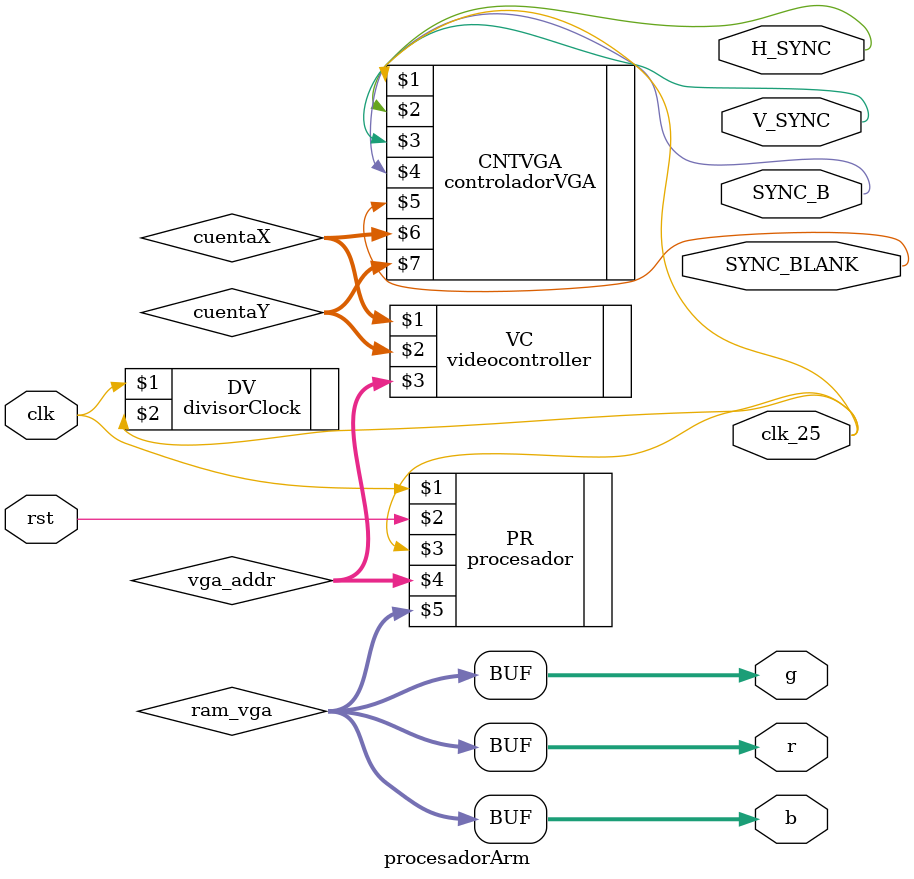
<source format=sv>

module procesadorArm(input logic clk, rst, output logic  [7:0]r,g,b, output logic clk_25,
				output  logic H_SYNC, V_SYNC, SYNC_B, SYNC_BLANK);

	logic [9:0] cuentaX,cuentaY;
	
	logic [7:0] ram_vga;
	
	logic [16:0] vga_addr;
	
	
	
	//--------------Instancia del divisor de clock-------------------------//
	
	divisorClock DV(clk,clk_25);

	//--------------Instancia del controlador VGA--------------------------//		
	
	controladorVGA CNTVGA(clk_25,H_SYNC,V_SYNC,SYNC_B,SYNC_BLANK, cuentaX,cuentaY);
	
	videocontroller VC(cuentaX,cuentaY, vga_addr);
	
	procesador PR(clk, rst, clk_25, vga_addr, ram_vga);
	
	assign r = ram_vga;
	assign g = ram_vga;
	assign b = ram_vga;					  

endmodule
</source>
